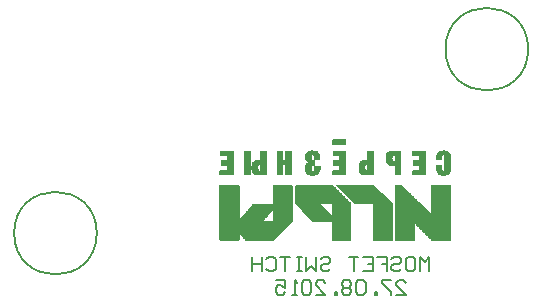
<source format=gbo>
%FSLAX44Y44*%
%MOMM*%
G71*
G01*
G75*
G04 Layer_Color=32896*
%ADD10R,1.7000X1.2500*%
%ADD11R,10.0000X13.5000*%
%ADD12R,1.8000X4.0000*%
G04:AMPARAMS|DCode=13|XSize=0.7mm|YSize=1.1mm|CornerRadius=0mm|HoleSize=0mm|Usage=FLASHONLY|Rotation=270.000|XOffset=0mm|YOffset=0mm|HoleType=Round|Shape=Octagon|*
%AMOCTAGOND13*
4,1,8,0.5500,0.1750,0.5500,-0.1750,0.3750,-0.3500,-0.3750,-0.3500,-0.5500,-0.1750,-0.5500,0.1750,-0.3750,0.3500,0.3750,0.3500,0.5500,0.1750,0.0*
%
%ADD13OCTAGOND13*%

%ADD14R,1.1000X0.7000*%
%ADD15R,0.9500X1.0000*%
%ADD16R,4.0000X2.5000*%
%ADD17R,1.6000X1.8000*%
%ADD18R,1.4500X2.8000*%
%ADD19R,1.1000X0.9500*%
%ADD20C,0.5000*%
%ADD21C,1.0000*%
%ADD22C,0.6800*%
%ADD23C,0.3000*%
%ADD24R,1.6000X1.6000*%
%ADD25C,3.6000*%
%ADD26O,3.5000X3.0000*%
%ADD27R,3.5000X3.0000*%
%ADD28C,0.8000*%
%ADD29C,0.2000*%
%ADD30C,0.0254*%
%ADD31R,1.9000X1.4500*%
%ADD32R,10.2000X13.7000*%
%ADD33R,2.0000X4.2000*%
G04:AMPARAMS|DCode=34|XSize=0.9mm|YSize=1.3mm|CornerRadius=0mm|HoleSize=0mm|Usage=FLASHONLY|Rotation=270.000|XOffset=0mm|YOffset=0mm|HoleType=Round|Shape=Octagon|*
%AMOCTAGOND34*
4,1,8,0.6500,0.2250,0.6500,-0.2250,0.4250,-0.4500,-0.4250,-0.4500,-0.6500,-0.2250,-0.6500,0.2250,-0.4250,0.4500,0.4250,0.4500,0.6500,0.2250,0.0*
%
%ADD34OCTAGOND34*%

%ADD35R,1.3000X0.9000*%
%ADD36R,1.1500X1.2000*%
%ADD37R,4.2000X2.7000*%
%ADD38R,1.8000X2.0000*%
%ADD39R,1.6500X3.0000*%
%ADD40R,1.3000X1.1500*%
%ADD41R,1.8000X1.8000*%
%ADD42C,3.8000*%
%ADD43O,3.7000X3.2000*%
%ADD44R,3.7000X3.2000*%
%ADD45C,1.0000*%
%ADD46C,0.0508*%
D29*
X124250Y59751D02*
G03*
X124250Y59751I-35000J0D01*
G01*
X489500Y215500D02*
G03*
X489500Y215500I-35000J0D01*
G01*
X405757Y27750D02*
Y39746D01*
X401758Y35748D01*
X397759Y39746D01*
Y27750D01*
X387762Y39746D02*
X391761D01*
X393760Y37747D01*
Y29750D01*
X391761Y27750D01*
X387762D01*
X385763Y29750D01*
Y37747D01*
X387762Y39746D01*
X373767Y37747D02*
X375766Y39746D01*
X379765D01*
X381764Y37747D01*
Y35748D01*
X379765Y33748D01*
X375766D01*
X373767Y31749D01*
Y29750D01*
X375766Y27750D01*
X379765D01*
X381764Y29750D01*
X361771Y39746D02*
X369768D01*
Y33748D01*
X365770D01*
X369768D01*
Y27750D01*
X349775Y39746D02*
X357772D01*
Y27750D01*
X349775D01*
X357772Y33748D02*
X353773D01*
X345776Y39746D02*
X337779D01*
X341777D01*
Y27750D01*
X313786Y37747D02*
X315786Y39746D01*
X319785D01*
X321784Y37747D01*
Y35748D01*
X319785Y33748D01*
X315786D01*
X313786Y31749D01*
Y29750D01*
X315786Y27750D01*
X319785D01*
X321784Y29750D01*
X309788Y39746D02*
Y27750D01*
X305789Y31749D01*
X301790Y27750D01*
Y39746D01*
X297792D02*
X293793D01*
X295792D01*
Y27750D01*
X297792D01*
X293793D01*
X287795Y39746D02*
X279797D01*
X283796D01*
Y27750D01*
X267801Y37747D02*
X269801Y39746D01*
X273799D01*
X275799Y37747D01*
Y29750D01*
X273799Y27750D01*
X269801D01*
X267801Y29750D01*
X263803Y39746D02*
Y27750D01*
Y33748D01*
X255805D01*
Y39746D01*
Y27750D01*
X377766Y7750D02*
X385763D01*
X377766Y15747D01*
Y17747D01*
X379765Y19746D01*
X383764D01*
X385763Y17747D01*
X373767Y19746D02*
X365770D01*
Y17747D01*
X373767Y9750D01*
Y7750D01*
X361771D02*
Y9750D01*
X359771D01*
Y7750D01*
X361771D01*
X351774Y17747D02*
X349775Y19746D01*
X345776D01*
X343777Y17747D01*
Y9750D01*
X345776Y7750D01*
X349775D01*
X351774Y9750D01*
Y17747D01*
X339778D02*
X337779Y19746D01*
X333780D01*
X331781Y17747D01*
Y15747D01*
X333780Y13748D01*
X331781Y11749D01*
Y9750D01*
X333780Y7750D01*
X337779D01*
X339778Y9750D01*
Y11749D01*
X337779Y13748D01*
X339778Y15747D01*
Y17747D01*
X337779Y13748D02*
X333780D01*
X327782Y7750D02*
Y9750D01*
X325783D01*
Y7750D01*
X327782D01*
X309788D02*
X317785D01*
X309788Y15747D01*
Y17747D01*
X311787Y19746D01*
X315786D01*
X317785Y17747D01*
X305789D02*
X303790Y19746D01*
X299791D01*
X297792Y17747D01*
Y9750D01*
X299791Y7750D01*
X303790D01*
X305789Y9750D01*
Y17747D01*
X293793Y7750D02*
X289794D01*
X291793D01*
Y19746D01*
X293793Y17747D01*
X275799Y19746D02*
X283796D01*
Y13748D01*
X279797Y15747D01*
X277798D01*
X275799Y13748D01*
Y9750D01*
X277798Y7750D01*
X281797D01*
X283796Y9750D01*
D46*
X228504Y54234D02*
X243744D01*
X249840D02*
X273716D01*
X322992D02*
X338740D01*
X358044D02*
X373792D01*
X376840D02*
X392588D01*
X407320D02*
X423576D01*
X227996Y54742D02*
X244252D01*
X249332D02*
X274224D01*
X322992D02*
X338740D01*
X358044D02*
X373792D01*
X376332D02*
X392588D01*
X406812D02*
X423576D01*
X227996Y55250D02*
X244252D01*
X248824D02*
X274732D01*
X322992D02*
X338740D01*
X358044D02*
X373792D01*
X376332D02*
X392588D01*
X406304D02*
X423576D01*
X227996Y55758D02*
X244252D01*
X248316D02*
X275240D01*
X322992D02*
X338740D01*
X358044D02*
X373792D01*
X376332D02*
X392588D01*
X405796D02*
X423576D01*
X227996Y56266D02*
X244252D01*
X247808D02*
X275748D01*
X322992D02*
X338740D01*
X358044D02*
X373792D01*
X376332D02*
X392588D01*
X405288D02*
X423576D01*
X227996Y56774D02*
X244252D01*
X247808D02*
X276256D01*
X322992D02*
X338740D01*
X358044D02*
X373792D01*
X376332D02*
X392588D01*
X404780D02*
X423576D01*
X227996Y57282D02*
X244252D01*
X246792D02*
X276764D01*
X322992D02*
X338740D01*
X358044D02*
X373792D01*
X376332D02*
X392588D01*
X404272D02*
X423576D01*
X227996Y57790D02*
X244252D01*
X246792D02*
X277272D01*
X322992D02*
X338740D01*
X358044D02*
X373792D01*
X376332D02*
X392588D01*
X403764D02*
X423576D01*
X227996Y58298D02*
X244252D01*
X246284D02*
X277780D01*
X322992D02*
X338740D01*
X358044D02*
X373792D01*
X376332D02*
X392588D01*
X403256D02*
X423576D01*
X227996Y58806D02*
X244252D01*
X245776D02*
X278288D01*
X322992D02*
X338740D01*
X358044D02*
X373792D01*
X376332D02*
X392588D01*
X402748D02*
X423576D01*
X227996Y59314D02*
X244252D01*
X245268D02*
X278796D01*
X322992D02*
X338740D01*
X358044D02*
X373792D01*
X376332D02*
X392588D01*
X402240D02*
X423576D01*
X227996Y59822D02*
X244252D01*
X244760D02*
X279304D01*
X322992D02*
X338740D01*
X358044D02*
X373792D01*
X376332D02*
X392588D01*
X401732D02*
X423576D01*
X227996Y60330D02*
X279812D01*
X322992D02*
X338740D01*
X358044D02*
X373792D01*
X376332D02*
X392588D01*
X401224D02*
X423576D01*
X227996Y60838D02*
X280320D01*
X322992D02*
X338740D01*
X358044D02*
X373792D01*
X376332D02*
X392588D01*
X400716D02*
X423576D01*
X227996Y61346D02*
X280828D01*
X322992D02*
X338740D01*
X358044D02*
X373792D01*
X376332D02*
X392588D01*
X400208D02*
X423576D01*
X227996Y61854D02*
X281336D01*
X322992D02*
X338740D01*
X358044D02*
X373792D01*
X376332D02*
X392588D01*
X399700D02*
X423576D01*
X227996Y62362D02*
X281844D01*
X322992D02*
X338740D01*
X358044D02*
X373792D01*
X376332D02*
X392588D01*
X399192D02*
X423576D01*
X227996Y62870D02*
X282352D01*
X322992D02*
X338740D01*
X358044D02*
X373792D01*
X376332D02*
X392588D01*
X398684D02*
X423576D01*
X227996Y63378D02*
X282860D01*
X322992D02*
X338740D01*
X358044D02*
X373792D01*
X376332D02*
X392588D01*
X398176D02*
X423576D01*
X227996Y63886D02*
X283368D01*
X322992D02*
X338740D01*
X358044D02*
X373792D01*
X376332D02*
X392588D01*
X397668D02*
X423576D01*
X227996Y64394D02*
X283876D01*
X322992D02*
X338740D01*
X358044D02*
X373792D01*
X376332D02*
X392588D01*
X397160D02*
X423576D01*
X227996Y64902D02*
X284384D01*
X322992D02*
X338740D01*
X358044D02*
X373792D01*
X376332D02*
X392588D01*
X396652D02*
X423576D01*
X227996Y65410D02*
X284892D01*
X322992D02*
X338740D01*
X358044D02*
X373792D01*
X376332D02*
X392588D01*
X396144D02*
X423576D01*
X227996Y65918D02*
X285400D01*
X322992D02*
X338740D01*
X358044D02*
X373792D01*
X376332D02*
X392588D01*
X395636D02*
X423576D01*
X227996Y66426D02*
X285908D01*
X322992D02*
X338740D01*
X358044D02*
X373792D01*
X376332D02*
X392588D01*
X395128D02*
X423576D01*
X227996Y66934D02*
X286416D01*
X322992D02*
X338740D01*
X358044D02*
X373792D01*
X376332D02*
X392588D01*
X394620D02*
X423576D01*
X227996Y67442D02*
X286924D01*
X322992D02*
X338740D01*
X358044D02*
X373792D01*
X376332D02*
X392588D01*
X394112D02*
X423576D01*
X227996Y67950D02*
X287432D01*
X322992D02*
X338740D01*
X358044D02*
X373792D01*
X376332D02*
X392588D01*
X393604D02*
X423576D01*
X227996Y68458D02*
X287940D01*
X322992D02*
X338740D01*
X358044D02*
X373792D01*
X376332D02*
X392588D01*
X393096D02*
X423576D01*
X227996Y68966D02*
X288448D01*
X322992D02*
X338740D01*
X358044D02*
X373792D01*
X376332D02*
X423576D01*
X227996Y69474D02*
X288956D01*
X322992D02*
X338740D01*
X358044D02*
X373792D01*
X376332D02*
X423576D01*
X227996Y69982D02*
X289464D01*
X306736D02*
X338740D01*
X358044D02*
X373792D01*
X376332D02*
X423576D01*
X227996Y70490D02*
X264572D01*
X273716D02*
X289464D01*
X306228D02*
X338740D01*
X358044D02*
X373792D01*
X376332D02*
X423576D01*
X227996Y70998D02*
X244252D01*
X244760D02*
X265080D01*
X273716D02*
X289464D01*
X305720D02*
X338740D01*
X358044D02*
X373792D01*
X376332D02*
X423576D01*
X227996Y71506D02*
X244252D01*
X244760D02*
X265588D01*
X273716D02*
X289464D01*
X305212D02*
X338740D01*
X358044D02*
X373792D01*
X376332D02*
X423576D01*
X227996Y72014D02*
X244252D01*
X245268D02*
X266096D01*
X273716D02*
X289464D01*
X304704D02*
X338740D01*
X358044D02*
X373792D01*
X376332D02*
X423576D01*
X227996Y72522D02*
X244252D01*
X245776D02*
X266096D01*
X273716D02*
X289464D01*
X304196D02*
X338740D01*
X358044D02*
X373792D01*
X376332D02*
X423576D01*
X227996Y73030D02*
X244252D01*
X246284D02*
X266604D01*
X273716D02*
X289464D01*
X303688D02*
X338740D01*
X358044D02*
X373792D01*
X376332D02*
X423576D01*
X227996Y73538D02*
X244252D01*
X246792D02*
X267112D01*
X273716D02*
X289464D01*
X303180D02*
X338740D01*
X358044D02*
X373792D01*
X376332D02*
X423576D01*
X227996Y74046D02*
X244252D01*
X247300D02*
X267620D01*
X273716D02*
X289464D01*
X302672D02*
X338740D01*
X358044D02*
X373792D01*
X376332D02*
X423576D01*
X227996Y74554D02*
X244252D01*
X247808D02*
X268128D01*
X273716D02*
X289464D01*
X302164D02*
X338740D01*
X358044D02*
X373792D01*
X376332D02*
X423576D01*
X227996Y75062D02*
X244252D01*
X248316D02*
X268636D01*
X273716D02*
X289464D01*
X301656D02*
X322484D01*
X322992D02*
X338740D01*
X358044D02*
X373792D01*
X376332D02*
X423576D01*
X227996Y75570D02*
X244252D01*
X248824D02*
X269144D01*
X273716D02*
X289464D01*
X301148D02*
X321976D01*
X322992D02*
X338740D01*
X358044D02*
X373792D01*
X376332D02*
X423576D01*
X227996Y76078D02*
X244252D01*
X248824D02*
X269144D01*
X273716D02*
X289464D01*
X300640D02*
X321468D01*
X322992D02*
X338740D01*
X358044D02*
X373792D01*
X376332D02*
X406812D01*
X407320D02*
X423576D01*
X227996Y76586D02*
X244252D01*
X249332D02*
X269652D01*
X273716D02*
X289464D01*
X300132D02*
X320960D01*
X322992D02*
X338740D01*
X358044D02*
X373792D01*
X376332D02*
X406304D01*
X407320D02*
X423576D01*
X227996Y77094D02*
X244252D01*
X249840D02*
X270160D01*
X273716D02*
X289464D01*
X299624D02*
X320452D01*
X322992D02*
X338740D01*
X358044D02*
X373792D01*
X376332D02*
X405796D01*
X407320D02*
X423576D01*
X227996Y77602D02*
X244252D01*
X250348D02*
X270668D01*
X273716D02*
X289464D01*
X299116D02*
X319944D01*
X322992D02*
X338740D01*
X358044D02*
X373792D01*
X376332D02*
X405288D01*
X407320D02*
X423576D01*
X227996Y78110D02*
X244252D01*
X250856D02*
X271176D01*
X273716D02*
X289464D01*
X298608D02*
X319436D01*
X322992D02*
X338740D01*
X358044D02*
X373792D01*
X376332D02*
X404780D01*
X407320D02*
X423576D01*
X227996Y78618D02*
X244252D01*
X251364D02*
X271684D01*
X273716D02*
X289464D01*
X298100D02*
X318928D01*
X322992D02*
X338740D01*
X358044D02*
X373792D01*
X376332D02*
X404272D01*
X407320D02*
X423576D01*
X227996Y79126D02*
X244252D01*
X251872D02*
X272192D01*
X273716D02*
X289464D01*
X297592D02*
X318420D01*
X322992D02*
X338740D01*
X358044D02*
X373792D01*
X376332D02*
X403764D01*
X407320D02*
X423576D01*
X227996Y79634D02*
X244252D01*
X251872D02*
X272700D01*
X273716D02*
X289464D01*
X297592D02*
X317912D01*
X322992D02*
X338740D01*
X358044D02*
X373792D01*
X376332D02*
X403256D01*
X407320D02*
X423576D01*
X227996Y80142D02*
X244252D01*
X252380D02*
X272700D01*
X273716D02*
X289464D01*
X297084D02*
X317404D01*
X322992D02*
X338740D01*
X358044D02*
X373792D01*
X376332D02*
X402748D01*
X407320D02*
X423576D01*
X227996Y80650D02*
X244252D01*
X252888D02*
X273208D01*
X273716D02*
X289464D01*
X296576D02*
X316896D01*
X322992D02*
X338740D01*
X358044D02*
X373792D01*
X376332D02*
X402240D01*
X407320D02*
X423576D01*
X227996Y81158D02*
X244252D01*
X253396D02*
X289464D01*
X296068D02*
X316388D01*
X322992D02*
X338740D01*
X358044D02*
X373792D01*
X376332D02*
X401732D01*
X407320D02*
X423576D01*
X227996Y81666D02*
X244252D01*
X253904D02*
X289464D01*
X295560D02*
X315880D01*
X322992D02*
X338740D01*
X358044D02*
X373792D01*
X376332D02*
X401224D01*
X407320D02*
X423576D01*
X227996Y82174D02*
X244252D01*
X254412D02*
X289464D01*
X295052D02*
X315372D01*
X322992D02*
X338740D01*
X358044D02*
X373792D01*
X376332D02*
X400716D01*
X407320D02*
X423576D01*
X227996Y82682D02*
X244252D01*
X254920D02*
X289464D01*
X294544D02*
X314864D01*
X322992D02*
X338740D01*
X358044D02*
X373792D01*
X376332D02*
X400208D01*
X407320D02*
X423576D01*
X227996Y83190D02*
X244252D01*
X255428D02*
X289464D01*
X294036D02*
X314356D01*
X322992D02*
X338740D01*
X358044D02*
X373792D01*
X376332D02*
X399700D01*
X407320D02*
X423576D01*
X227996Y83698D02*
X244252D01*
X255936D02*
X289464D01*
X293528D02*
X313848D01*
X322992D02*
X338740D01*
X358044D02*
X373792D01*
X376332D02*
X399192D01*
X407320D02*
X423576D01*
X227996Y84206D02*
X244252D01*
X255936D02*
X289464D01*
X293020D02*
X313340D01*
X322992D02*
X338740D01*
X358044D02*
X373792D01*
X376332D02*
X398684D01*
X407320D02*
X423576D01*
X227996Y84714D02*
X244252D01*
X256444D02*
X289464D01*
X292512D02*
X312832D01*
X322992D02*
X338740D01*
X358044D02*
X373792D01*
X376332D02*
X398176D01*
X407320D02*
X423576D01*
X227996Y85222D02*
X244252D01*
X273716D02*
X289464D01*
X292004D02*
X338740D01*
X342296D02*
X373792D01*
X376332D02*
X397668D01*
X407320D02*
X423576D01*
X227996Y85730D02*
X244252D01*
X273716D02*
X289464D01*
X292004D02*
X338232D01*
X341788D02*
X373284D01*
X376332D02*
X397160D01*
X407320D02*
X423576D01*
X227996Y86238D02*
X244252D01*
X273716D02*
X289464D01*
X292004D02*
X337724D01*
X341280D02*
X372776D01*
X376332D02*
X396652D01*
X407320D02*
X423576D01*
X227996Y86746D02*
X244252D01*
X273716D02*
X289464D01*
X292004D02*
X337216D01*
X340772D02*
X372268D01*
X376332D02*
X395636D01*
X407320D02*
X423576D01*
X227996Y87254D02*
X244252D01*
X273716D02*
X289464D01*
X292004D02*
X336708D01*
X340264D02*
X371760D01*
X376332D02*
X395128D01*
X407320D02*
X423576D01*
X227996Y87762D02*
X244252D01*
X273716D02*
X289464D01*
X292004D02*
X336200D01*
X339756D02*
X371252D01*
X376332D02*
X394620D01*
X407320D02*
X423576D01*
X227996Y88270D02*
X244252D01*
X273716D02*
X289464D01*
X292004D02*
X335692D01*
X339248D02*
X370744D01*
X376332D02*
X394112D01*
X407320D02*
X423576D01*
X227996Y88778D02*
X244252D01*
X273716D02*
X289464D01*
X292004D02*
X335184D01*
X338740D02*
X370236D01*
X376332D02*
X393604D01*
X407320D02*
X423576D01*
X227996Y89286D02*
X244252D01*
X273716D02*
X289464D01*
X292004D02*
X334676D01*
X338232D02*
X369728D01*
X376332D02*
X393096D01*
X407320D02*
X423576D01*
X227996Y89794D02*
X244252D01*
X273716D02*
X289464D01*
X292004D02*
X334168D01*
X337724D02*
X369220D01*
X376332D02*
X392588D01*
X407320D02*
X423576D01*
X227996Y90302D02*
X244252D01*
X273716D02*
X289464D01*
X292004D02*
X333660D01*
X337216D02*
X368712D01*
X376332D02*
X392080D01*
X407320D02*
X423576D01*
X227996Y90810D02*
X244252D01*
X273716D02*
X289464D01*
X292004D02*
X333152D01*
X336708D02*
X368204D01*
X376332D02*
X391572D01*
X407320D02*
X423576D01*
X227996Y91318D02*
X244252D01*
X273716D02*
X289464D01*
X292004D02*
X332644D01*
X336200D02*
X367696D01*
X376332D02*
X391064D01*
X407320D02*
X423576D01*
X227996Y91826D02*
X244252D01*
X273716D02*
X289464D01*
X292004D02*
X332136D01*
X335692D02*
X367188D01*
X376332D02*
X390556D01*
X407320D02*
X423576D01*
X227996Y92334D02*
X244252D01*
X273716D02*
X289464D01*
X292004D02*
X331628D01*
X335184D02*
X366680D01*
X376332D02*
X390048D01*
X407320D02*
X423576D01*
X227996Y92842D02*
X244252D01*
X273716D02*
X289464D01*
X292004D02*
X331120D01*
X334676D02*
X366172D01*
X376332D02*
X389540D01*
X407320D02*
X423576D01*
X227996Y93350D02*
X244252D01*
X273716D02*
X289464D01*
X292004D02*
X330612D01*
X334168D02*
X365664D01*
X376332D02*
X389032D01*
X407320D02*
X423576D01*
X227996Y93858D02*
X244252D01*
X273716D02*
X289464D01*
X292004D02*
X330104D01*
X333660D02*
X365156D01*
X376332D02*
X388524D01*
X407320D02*
X423576D01*
X227996Y94366D02*
X244252D01*
X273716D02*
X289464D01*
X292004D02*
X329596D01*
X333152D02*
X364140D01*
X376332D02*
X388016D01*
X407320D02*
X423576D01*
X227996Y94874D02*
X244252D01*
X273716D02*
X289464D01*
X292004D02*
X329088D01*
X332644D02*
X363632D01*
X376332D02*
X387508D01*
X407320D02*
X423576D01*
X227996Y95382D02*
X244252D01*
X273716D02*
X289464D01*
X292004D02*
X328580D01*
X332136D02*
X363124D01*
X376332D02*
X387000D01*
X407320D02*
X423576D01*
X227996Y95890D02*
X244252D01*
X273716D02*
X289464D01*
X292004D02*
X328072D01*
X331628D02*
X362616D01*
X376332D02*
X385984D01*
X407320D02*
X423576D01*
X227996Y96398D02*
X244252D01*
X273716D02*
X289464D01*
X292004D02*
X327564D01*
X331120D02*
X362108D01*
X376332D02*
X385476D01*
X407320D02*
X423576D01*
X227996Y96906D02*
X244252D01*
X273716D02*
X289464D01*
X292004D02*
X327056D01*
X330612D02*
X361600D01*
X376332D02*
X384968D01*
X407320D02*
X423576D01*
X227996Y97414D02*
X244252D01*
X273716D02*
X289464D01*
X292004D02*
X326548D01*
X330104D02*
X361092D01*
X376332D02*
X384460D01*
X407320D02*
X423576D01*
X227996Y97922D02*
X244252D01*
X273716D02*
X289464D01*
X292004D02*
X326040D01*
X329596D02*
X360584D01*
X376332D02*
X383952D01*
X407320D02*
X423576D01*
X227996Y98430D02*
X244252D01*
X273716D02*
X289464D01*
X292004D02*
X325532D01*
X329088D02*
X360076D01*
X376332D02*
X383444D01*
X407320D02*
X423576D01*
X227996Y98938D02*
X244252D01*
X273716D02*
X289464D01*
X292004D02*
X325024D01*
X328580D02*
X359568D01*
X376332D02*
X382936D01*
X407320D02*
X423576D01*
X227996Y99446D02*
X244252D01*
X273716D02*
X289464D01*
X292004D02*
X324516D01*
X328072D02*
X359060D01*
X376332D02*
X382428D01*
X407320D02*
X423576D01*
X227996Y99954D02*
X244252D01*
X273716D02*
X289464D01*
X292004D02*
X324008D01*
X327564D02*
X358552D01*
X376332D02*
X381920D01*
X407320D02*
X423576D01*
X227996Y100462D02*
X243744D01*
X273716D02*
X288956D01*
X292512D02*
X323500D01*
X327056D02*
X358044D01*
X376840D02*
X381412D01*
X407320D02*
X423576D01*
X304704Y109098D02*
X308260D01*
X415956D02*
X419004D01*
X227996Y109606D02*
X239172D01*
X248824D02*
X253904D01*
X257968D02*
X267112D01*
X276764D02*
X281336D01*
X283876D02*
X288956D01*
X303180D02*
X309784D01*
X323500D02*
X334168D01*
X348900D02*
X358044D01*
X376332D02*
X380904D01*
X391064D02*
X401732D01*
X413924D02*
X420528D01*
X227996Y110114D02*
X239172D01*
X248824D02*
X253904D01*
X257460D02*
X267112D01*
X276764D02*
X281336D01*
X283876D02*
X288956D01*
X302164D02*
X310800D01*
X323500D02*
X334168D01*
X347884D02*
X358044D01*
X376332D02*
X380904D01*
X391064D02*
X401732D01*
X413416D02*
X421544D01*
X227996Y110622D02*
X239172D01*
X248824D02*
X253904D01*
X256444D02*
X267112D01*
X276764D02*
X281336D01*
X283876D02*
X288956D01*
X301656D02*
X311308D01*
X323500D02*
X334168D01*
X347376D02*
X358044D01*
X376332D02*
X380904D01*
X391064D02*
X401732D01*
X412908D02*
X422052D01*
X227996Y111130D02*
X239172D01*
X248824D02*
X253904D01*
X255936D02*
X267112D01*
X276764D02*
X281336D01*
X283876D02*
X288956D01*
X301148D02*
X311816D01*
X323500D02*
X334168D01*
X346868D02*
X358044D01*
X376332D02*
X380904D01*
X391064D02*
X401732D01*
X412400D02*
X422560D01*
X227996Y111638D02*
X239172D01*
X248824D02*
X253904D01*
X255936D02*
X267112D01*
X276764D02*
X281336D01*
X283876D02*
X288956D01*
X301148D02*
X311816D01*
X323500D02*
X334168D01*
X346360D02*
X358044D01*
X376332D02*
X380904D01*
X391064D02*
X401732D01*
X411892D02*
X422560D01*
X227996Y112146D02*
X239172D01*
X248824D02*
X253904D01*
X255428D02*
X267112D01*
X276764D02*
X281336D01*
X283876D02*
X288956D01*
X300640D02*
X312324D01*
X323500D02*
X334168D01*
X346360D02*
X358044D01*
X376332D02*
X380904D01*
X391064D02*
X401732D01*
X411892D02*
X423068D01*
X227996Y112654D02*
X239172D01*
X248824D02*
X253904D01*
X255428D02*
X267112D01*
X276764D02*
X281336D01*
X283876D02*
X288956D01*
X300640D02*
X306228D01*
X307244D02*
X312324D01*
X323500D02*
X334168D01*
X345852D02*
X358044D01*
X376332D02*
X380904D01*
X391064D02*
X401732D01*
X411892D02*
X416972D01*
X417988D02*
X423068D01*
X228504Y113162D02*
X239172D01*
X248824D02*
X253904D01*
X255428D02*
X261016D01*
X262540D02*
X267112D01*
X276764D02*
X281336D01*
X283876D02*
X288956D01*
X300640D02*
X305212D01*
X307752D02*
X312324D01*
X324008D02*
X334168D01*
X345852D02*
X351948D01*
X352964D02*
X358044D01*
X376332D02*
X380904D01*
X391572D02*
X401732D01*
X411384D02*
X416464D01*
X418496D02*
X423068D01*
X234092Y113670D02*
X239172D01*
X248824D02*
X253904D01*
X255428D02*
X260508D01*
X262540D02*
X267112D01*
X276764D02*
X281336D01*
X283876D02*
X288956D01*
X300132D02*
X305212D01*
X307752D02*
X312324D01*
X329596D02*
X334168D01*
X345852D02*
X350932D01*
X352964D02*
X358044D01*
X376332D02*
X380904D01*
X397160D02*
X401732D01*
X411384D02*
X415956D01*
X418496D02*
X423576D01*
X234092Y114178D02*
X239172D01*
X248824D02*
X253904D01*
X254920D02*
X260000D01*
X262540D02*
X267112D01*
X276764D02*
X281336D01*
X283876D02*
X288956D01*
X300132D02*
X305212D01*
X308260D02*
X312832D01*
X329596D02*
X334168D01*
X345852D02*
X350424D01*
X352964D02*
X358044D01*
X376332D02*
X380904D01*
X397160D02*
X401732D01*
X411384D02*
X415956D01*
X418496D02*
X423576D01*
X234092Y114686D02*
X239172D01*
X248824D02*
X253904D01*
X254920D02*
X260000D01*
X262540D02*
X267112D01*
X276764D02*
X281336D01*
X283876D02*
X288956D01*
X300132D02*
X305212D01*
X308260D02*
X312832D01*
X329596D02*
X334168D01*
X345852D02*
X350424D01*
X352964D02*
X358044D01*
X376332D02*
X380904D01*
X397160D02*
X401732D01*
X411384D02*
X415956D01*
X418496D02*
X423576D01*
X234092Y115194D02*
X239172D01*
X248824D02*
X253904D01*
X254920D02*
X260000D01*
X262540D02*
X267112D01*
X276764D02*
X281336D01*
X283876D02*
X288956D01*
X300132D02*
X305212D01*
X308260D02*
X312832D01*
X329596D02*
X334168D01*
X345852D02*
X350424D01*
X352964D02*
X358044D01*
X376332D02*
X380904D01*
X397160D02*
X401732D01*
X411384D02*
X415956D01*
X418496D02*
X423576D01*
X234092Y115702D02*
X239172D01*
X248824D02*
X253904D01*
X254920D02*
X260000D01*
X262540D02*
X267112D01*
X276764D02*
X281336D01*
X283876D02*
X288956D01*
X300132D02*
X305212D01*
X308260D02*
X312832D01*
X329596D02*
X334168D01*
X345852D02*
X350424D01*
X352964D02*
X358044D01*
X376332D02*
X380904D01*
X397160D02*
X401732D01*
X411384D02*
X415956D01*
X418496D02*
X423576D01*
X234092Y116210D02*
X239172D01*
X248824D02*
X253904D01*
X254920D02*
X260000D01*
X262540D02*
X267112D01*
X276764D02*
X281336D01*
X283876D02*
X288956D01*
X300640D02*
X305212D01*
X308260D02*
X312832D01*
X329596D02*
X334168D01*
X345852D02*
X350424D01*
X352964D02*
X358044D01*
X376332D02*
X380904D01*
X397160D02*
X401732D01*
X411384D02*
X415956D01*
X418496D02*
X423576D01*
X234092Y116718D02*
X239172D01*
X248824D02*
X253904D01*
X254920D02*
X260000D01*
X262540D02*
X267112D01*
X276764D02*
X281336D01*
X283876D02*
X288956D01*
X300640D02*
X305212D01*
X329596D02*
X334168D01*
X345852D02*
X350424D01*
X352964D02*
X358044D01*
X376332D02*
X380904D01*
X397160D02*
X401732D01*
X411384D02*
X415956D01*
X418496D02*
X423576D01*
X234092Y117226D02*
X239172D01*
X248824D02*
X253904D01*
X255428D02*
X260000D01*
X262540D02*
X267112D01*
X276764D02*
X281336D01*
X284384D02*
X288956D01*
X300640D02*
X305720D01*
X329596D02*
X334168D01*
X345852D02*
X350932D01*
X352964D02*
X358044D01*
X375824D02*
X380904D01*
X397160D02*
X401732D01*
X411384D02*
X415956D01*
X418496D02*
X423576D01*
X229012Y117734D02*
X239172D01*
X248824D02*
X253904D01*
X255428D02*
X260508D01*
X262540D02*
X267112D01*
X276764D02*
X281336D01*
X283876D02*
X288956D01*
X300640D02*
X307752D01*
X324516D02*
X334168D01*
X345852D02*
X350932D01*
X352964D02*
X358044D01*
X371252D02*
X380904D01*
X392080D02*
X401732D01*
X418496D02*
X423576D01*
X229012Y118242D02*
X239172D01*
X248824D02*
X253904D01*
X255428D02*
X267112D01*
X276764D02*
X288956D01*
X301148D02*
X307752D01*
X324516D02*
X334168D01*
X345852D02*
X358044D01*
X370744D02*
X380904D01*
X392080D02*
X401732D01*
X418496D02*
X423576D01*
X229012Y118750D02*
X239172D01*
X248824D02*
X253904D01*
X255428D02*
X267112D01*
X276764D02*
X288956D01*
X301656D02*
X307752D01*
X324516D02*
X334168D01*
X346360D02*
X358044D01*
X370236D02*
X380904D01*
X392080D02*
X401732D01*
X418496D02*
X423576D01*
X229012Y119258D02*
X239172D01*
X248824D02*
X253904D01*
X255936D02*
X267112D01*
X276764D02*
X288956D01*
X302164D02*
X307752D01*
X324516D02*
X334168D01*
X346360D02*
X358044D01*
X369728D02*
X380904D01*
X392080D02*
X401732D01*
X418496D02*
X423576D01*
X229012Y119766D02*
X239172D01*
X248824D02*
X253904D01*
X255936D02*
X267112D01*
X276764D02*
X288956D01*
X303180D02*
X307752D01*
X324516D02*
X334168D01*
X346868D02*
X358044D01*
X369220D02*
X380904D01*
X392080D02*
X401732D01*
X418496D02*
X423576D01*
X229012Y120274D02*
X239172D01*
X248824D02*
X253904D01*
X256444D02*
X267112D01*
X276764D02*
X288956D01*
X303180D02*
X307752D01*
X324516D02*
X334168D01*
X346868D02*
X358044D01*
X369220D02*
X380904D01*
X392080D02*
X401732D01*
X418496D02*
X423576D01*
X229012Y120782D02*
X239172D01*
X248824D02*
X253904D01*
X256952D02*
X267112D01*
X276764D02*
X288956D01*
X302164D02*
X307752D01*
X324516D02*
X334168D01*
X347376D02*
X358044D01*
X369220D02*
X380904D01*
X392080D02*
X401732D01*
X418496D02*
X423576D01*
X229012Y121290D02*
X239172D01*
X248824D02*
X253904D01*
X257968D02*
X267112D01*
X276764D02*
X288956D01*
X301656D02*
X307752D01*
X324516D02*
X334168D01*
X348392D02*
X358044D01*
X368712D02*
X374300D01*
X376332D02*
X380904D01*
X392080D02*
X401732D01*
X418496D02*
X423576D01*
X234092Y121798D02*
X239172D01*
X248824D02*
X253904D01*
X259492D02*
X267112D01*
X276764D02*
X288956D01*
X301148D02*
X305720D01*
X329596D02*
X334168D01*
X349916D02*
X358044D01*
X368712D02*
X373792D01*
X376332D02*
X380904D01*
X397160D02*
X401732D01*
X418496D02*
X423576D01*
X234092Y122306D02*
X239172D01*
X248824D02*
X253904D01*
X262540D02*
X267112D01*
X276764D02*
X281336D01*
X284384D02*
X288956D01*
X301148D02*
X305212D01*
X329596D02*
X334168D01*
X352964D02*
X358044D01*
X368712D02*
X373792D01*
X376332D02*
X380904D01*
X397160D02*
X401732D01*
X411384D02*
X415956D01*
X418496D02*
X423576D01*
X234092Y122814D02*
X239172D01*
X248824D02*
X253904D01*
X262540D02*
X267112D01*
X276764D02*
X281336D01*
X283876D02*
X288956D01*
X300640D02*
X305212D01*
X307752D02*
X312324D01*
X329596D02*
X334168D01*
X352964D02*
X358044D01*
X368712D02*
X373284D01*
X376332D02*
X380904D01*
X397160D02*
X401732D01*
X411384D02*
X415956D01*
X418496D02*
X423576D01*
X234092Y123322D02*
X239172D01*
X248824D02*
X253904D01*
X262540D02*
X267112D01*
X276764D02*
X281336D01*
X283876D02*
X288956D01*
X300640D02*
X305212D01*
X307752D02*
X312324D01*
X329596D02*
X334168D01*
X352964D02*
X358044D01*
X368712D02*
X373284D01*
X376332D02*
X380904D01*
X397160D02*
X401732D01*
X411384D02*
X415956D01*
X418496D02*
X423576D01*
X234092Y123830D02*
X239172D01*
X248824D02*
X253904D01*
X262540D02*
X267112D01*
X276764D02*
X281336D01*
X283876D02*
X288956D01*
X300640D02*
X305212D01*
X307752D02*
X312324D01*
X329596D02*
X334168D01*
X352964D02*
X358044D01*
X368712D02*
X373284D01*
X376332D02*
X380904D01*
X397160D02*
X401732D01*
X411384D02*
X415956D01*
X418496D02*
X423576D01*
X234092Y124338D02*
X239172D01*
X248824D02*
X253904D01*
X262540D02*
X267112D01*
X276764D02*
X281336D01*
X283876D02*
X288956D01*
X300640D02*
X305212D01*
X307752D02*
X312324D01*
X329596D02*
X334168D01*
X352964D02*
X358044D01*
X368712D02*
X373792D01*
X376332D02*
X380904D01*
X397160D02*
X401732D01*
X411384D02*
X415956D01*
X418496D02*
X423576D01*
X234092Y124846D02*
X239172D01*
X248824D02*
X253904D01*
X262540D02*
X267112D01*
X276764D02*
X281336D01*
X283876D02*
X288956D01*
X300640D02*
X305212D01*
X307752D02*
X312324D01*
X329596D02*
X334168D01*
X352964D02*
X358044D01*
X368712D02*
X373792D01*
X376332D02*
X380904D01*
X397160D02*
X401732D01*
X411384D02*
X415956D01*
X418496D02*
X423576D01*
X234092Y125354D02*
X239172D01*
X248824D02*
X253904D01*
X262540D02*
X267112D01*
X276764D02*
X281336D01*
X283876D02*
X288956D01*
X300640D02*
X305212D01*
X307752D02*
X312324D01*
X329596D02*
X334168D01*
X352964D02*
X358044D01*
X368712D02*
X373792D01*
X376332D02*
X380904D01*
X397160D02*
X401732D01*
X411384D02*
X415956D01*
X418496D02*
X423576D01*
X228504Y125862D02*
X239172D01*
X248824D02*
X253904D01*
X262540D02*
X267112D01*
X276764D02*
X281336D01*
X283876D02*
X288956D01*
X300640D02*
X305720D01*
X307244D02*
X312324D01*
X324008D02*
X334168D01*
X352964D02*
X358044D01*
X368712D02*
X374808D01*
X375824D02*
X380904D01*
X391064D02*
X401732D01*
X411384D02*
X416464D01*
X418496D02*
X423068D01*
X228504Y126370D02*
X239172D01*
X248824D02*
X253904D01*
X262540D02*
X267112D01*
X276764D02*
X281336D01*
X283876D02*
X288956D01*
X300640D02*
X312324D01*
X324008D02*
X334168D01*
X352964D02*
X358044D01*
X369220D02*
X380904D01*
X391064D02*
X401732D01*
X411892D02*
X423068D01*
X228504Y126878D02*
X239172D01*
X248824D02*
X253904D01*
X262540D02*
X267112D01*
X276764D02*
X281336D01*
X283876D02*
X288956D01*
X301148D02*
X311816D01*
X324008D02*
X334168D01*
X352964D02*
X358044D01*
X369220D02*
X380904D01*
X391064D02*
X401732D01*
X411892D02*
X423068D01*
X228504Y127386D02*
X239172D01*
X248824D02*
X253904D01*
X262540D02*
X267112D01*
X276764D02*
X281336D01*
X283876D02*
X288956D01*
X301148D02*
X311816D01*
X324008D02*
X334168D01*
X352964D02*
X358044D01*
X369220D02*
X380904D01*
X391064D02*
X401732D01*
X412400D02*
X422560D01*
X228504Y127894D02*
X239172D01*
X248824D02*
X253904D01*
X262540D02*
X267112D01*
X276764D02*
X281336D01*
X283876D02*
X288956D01*
X301656D02*
X311308D01*
X324008D02*
X334168D01*
X352964D02*
X358044D01*
X369728D02*
X380904D01*
X391064D02*
X401732D01*
X412400D02*
X422052D01*
X228504Y128402D02*
X239172D01*
X248824D02*
X253904D01*
X262540D02*
X267112D01*
X276764D02*
X281336D01*
X283876D02*
X288956D01*
X302164D02*
X310800D01*
X324008D02*
X334168D01*
X352964D02*
X358044D01*
X370236D02*
X380904D01*
X391064D02*
X401732D01*
X412908D02*
X421544D01*
X228504Y128910D02*
X239172D01*
X248824D02*
X253904D01*
X262540D02*
X267112D01*
X276764D02*
X281336D01*
X283876D02*
X288956D01*
X302672D02*
X310292D01*
X324008D02*
X334168D01*
X352964D02*
X358044D01*
X371252D02*
X380904D01*
X391064D02*
X401732D01*
X413924D02*
X421036D01*
X228504Y129418D02*
X238664D01*
X249332D02*
X253396D01*
X262540D02*
X267112D01*
X276764D02*
X281336D01*
X284384D02*
X288956D01*
X303688D02*
X309276D01*
X324008D02*
X334168D01*
X352964D02*
X357536D01*
X373284D02*
X380904D01*
X391572D02*
X401732D01*
X414940D02*
X420020D01*
X305720Y129926D02*
X306736D01*
X416972D02*
X417988D01*
X323500Y135514D02*
X334168D01*
X323500Y136022D02*
X334168D01*
X323500Y136530D02*
X334168D01*
X323500Y137038D02*
X334168D01*
X323500Y137546D02*
X334168D01*
X323500Y138054D02*
X334168D01*
X323500Y138562D02*
X334168D01*
X324008Y139070D02*
X334168D01*
M02*

</source>
